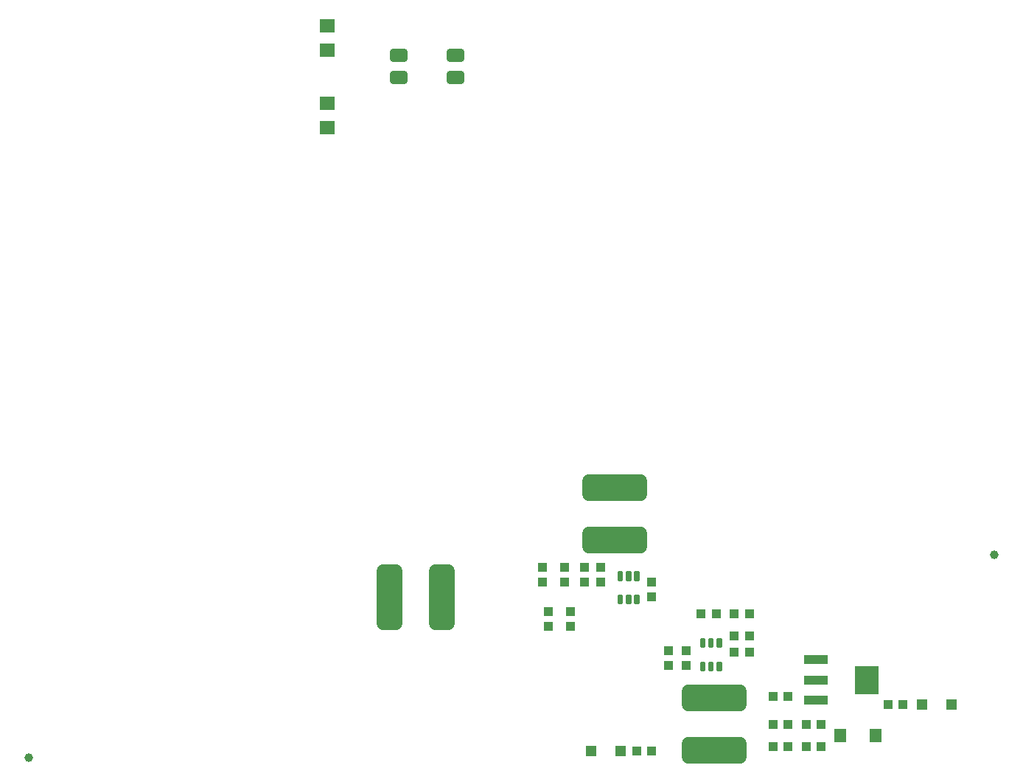
<source format=gbr>
G04 EAGLE Gerber RS-274X export*
G75*
%MOMM*%
%FSLAX34Y34*%
%LPD*%
%INSolderpaste Top*%
%IPPOS*%
%AMOC8*
5,1,8,0,0,1.08239X$1,22.5*%
G01*
%ADD10R,1.000000X1.100000*%
%ADD11R,1.100000X1.000000*%
%ADD12C,0.775000*%
%ADD13R,1.400000X1.640000*%
%ADD14C,1.000000*%
%ADD15R,2.700000X3.300000*%
%ADD16R,2.700000X1.000000*%
%ADD17R,1.803000X1.600000*%
%ADD18C,1.500000*%
%ADD19R,1.300000X1.300000*%
%ADD20C,0.300000*%


D10*
X746150Y245600D03*
X746150Y262600D03*
X765200Y245600D03*
X765200Y262600D03*
X823300Y228500D03*
X823300Y245500D03*
X843280Y167250D03*
X843280Y150250D03*
D11*
X963050Y82550D03*
X980050Y82550D03*
X963050Y114300D03*
X980050Y114300D03*
X963050Y57150D03*
X980050Y57150D03*
X1018150Y57150D03*
X1001150Y57150D03*
X1001150Y82550D03*
X1018150Y82550D03*
D10*
X863600Y150250D03*
X863600Y167250D03*
D12*
X604275Y829375D02*
X591025Y829375D01*
X604275Y829375D02*
X604275Y821625D01*
X591025Y821625D01*
X591025Y829375D01*
X591025Y828987D02*
X604275Y828987D01*
X604275Y854775D02*
X591025Y854775D01*
X604275Y854775D02*
X604275Y847025D01*
X591025Y847025D01*
X591025Y854775D01*
X591025Y854387D02*
X604275Y854387D01*
X539275Y854775D02*
X526025Y854775D01*
X539275Y854775D02*
X539275Y847025D01*
X526025Y847025D01*
X526025Y854775D01*
X526025Y854387D02*
X539275Y854387D01*
X539275Y829375D02*
X526025Y829375D01*
X539275Y829375D02*
X539275Y821625D01*
X526025Y821625D01*
X526025Y829375D01*
X526025Y828987D02*
X539275Y828987D01*
D13*
X1040300Y69850D03*
X1080600Y69850D03*
D14*
X1217250Y276850D03*
D15*
X1070900Y133350D03*
D16*
X1011900Y110350D03*
X1011900Y133350D03*
X1011900Y156350D03*
D17*
X450850Y884170D03*
X450850Y855730D03*
X450850Y795270D03*
X450850Y766830D03*
D11*
X730250Y211700D03*
X730250Y194700D03*
X704850Y194700D03*
X704850Y211700D03*
D10*
X897500Y209550D03*
X880500Y209550D03*
X935600Y209550D03*
X918600Y209550D03*
X935600Y165100D03*
X918600Y165100D03*
X918600Y184150D03*
X935600Y184150D03*
D11*
X723900Y262500D03*
X723900Y245500D03*
X698500Y262500D03*
X698500Y245500D03*
D18*
X529950Y198600D02*
X514950Y198600D01*
X514950Y258600D01*
X529950Y258600D01*
X529950Y198600D01*
X529950Y212850D02*
X514950Y212850D01*
X514950Y227100D02*
X529950Y227100D01*
X529950Y241350D02*
X514950Y241350D01*
X514950Y255600D02*
X529950Y255600D01*
X574950Y198600D02*
X589950Y198600D01*
X574950Y198600D02*
X574950Y258600D01*
X589950Y258600D01*
X589950Y198600D01*
X589950Y212850D02*
X574950Y212850D01*
X574950Y227100D02*
X589950Y227100D01*
X589950Y241350D02*
X574950Y241350D01*
X574950Y255600D02*
X589950Y255600D01*
X811050Y286350D02*
X811050Y301350D01*
X811050Y286350D02*
X751050Y286350D01*
X751050Y301350D01*
X811050Y301350D01*
X811050Y300600D02*
X751050Y300600D01*
X811050Y346350D02*
X811050Y361350D01*
X811050Y346350D02*
X751050Y346350D01*
X751050Y361350D01*
X811050Y361350D01*
X811050Y360600D02*
X751050Y360600D01*
X865350Y120050D02*
X865350Y105050D01*
X865350Y120050D02*
X925350Y120050D01*
X925350Y105050D01*
X865350Y105050D01*
X865350Y119300D02*
X925350Y119300D01*
X865350Y60050D02*
X865350Y45050D01*
X865350Y60050D02*
X925350Y60050D01*
X925350Y45050D01*
X865350Y45050D01*
X865350Y59300D02*
X925350Y59300D01*
D14*
X107950Y44450D03*
D19*
X754000Y52000D03*
X788000Y52000D03*
X1168000Y105000D03*
X1134000Y105000D03*
D10*
X823500Y52000D03*
X806500Y52000D03*
X1095500Y105000D03*
X1112500Y105000D03*
D20*
X808000Y229500D02*
X805000Y229500D01*
X808000Y229500D02*
X808000Y221500D01*
X805000Y221500D01*
X805000Y229500D01*
X805000Y224350D02*
X808000Y224350D01*
X808000Y227200D02*
X805000Y227200D01*
X789000Y229500D02*
X786000Y229500D01*
X789000Y229500D02*
X789000Y221500D01*
X786000Y221500D01*
X786000Y229500D01*
X786000Y224350D02*
X789000Y224350D01*
X789000Y227200D02*
X786000Y227200D01*
X786000Y256500D02*
X789000Y256500D01*
X789000Y248500D01*
X786000Y248500D01*
X786000Y256500D01*
X786000Y251350D02*
X789000Y251350D01*
X789000Y254200D02*
X786000Y254200D01*
X795500Y256500D02*
X798500Y256500D01*
X798500Y248500D01*
X795500Y248500D01*
X795500Y256500D01*
X795500Y251350D02*
X798500Y251350D01*
X798500Y254200D02*
X795500Y254200D01*
X805000Y256500D02*
X808000Y256500D01*
X808000Y248500D01*
X805000Y248500D01*
X805000Y256500D01*
X805000Y251350D02*
X808000Y251350D01*
X808000Y254200D02*
X805000Y254200D01*
X798500Y229500D02*
X795500Y229500D01*
X798500Y229500D02*
X798500Y221500D01*
X795500Y221500D01*
X795500Y229500D01*
X795500Y224350D02*
X798500Y224350D01*
X798500Y227200D02*
X795500Y227200D01*
X880650Y171590D02*
X883650Y171590D01*
X880650Y171590D02*
X880650Y179590D01*
X883650Y179590D01*
X883650Y171590D01*
X883650Y174440D02*
X880650Y174440D01*
X880650Y177290D02*
X883650Y177290D01*
X899650Y171590D02*
X902650Y171590D01*
X899650Y171590D02*
X899650Y179590D01*
X902650Y179590D01*
X902650Y171590D01*
X902650Y174440D02*
X899650Y174440D01*
X899650Y177290D02*
X902650Y177290D01*
X902650Y144590D02*
X899650Y144590D01*
X899650Y152590D01*
X902650Y152590D01*
X902650Y144590D01*
X902650Y147440D02*
X899650Y147440D01*
X899650Y150290D02*
X902650Y150290D01*
X893150Y144590D02*
X890150Y144590D01*
X890150Y152590D01*
X893150Y152590D01*
X893150Y144590D01*
X893150Y147440D02*
X890150Y147440D01*
X890150Y150290D02*
X893150Y150290D01*
X883650Y144590D02*
X880650Y144590D01*
X880650Y152590D01*
X883650Y152590D01*
X883650Y144590D01*
X883650Y147440D02*
X880650Y147440D01*
X880650Y150290D02*
X883650Y150290D01*
X890150Y171590D02*
X893150Y171590D01*
X890150Y171590D02*
X890150Y179590D01*
X893150Y179590D01*
X893150Y171590D01*
X893150Y174440D02*
X890150Y174440D01*
X890150Y177290D02*
X893150Y177290D01*
M02*

</source>
